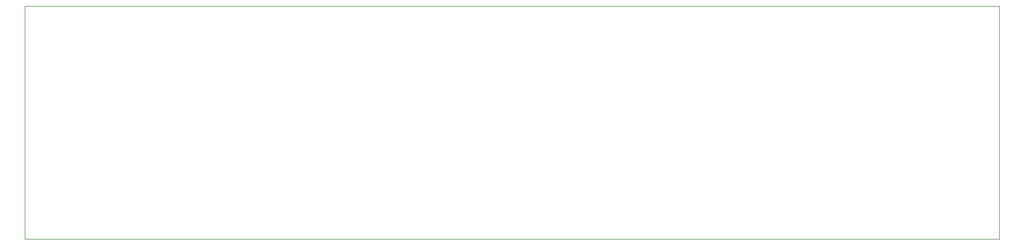
<source format=gm1>
G04 #@! TF.GenerationSoftware,KiCad,Pcbnew,(5.99.0-10527-gaaffd0c137)*
G04 #@! TF.CreationDate,2021-08-05T16:46:22-04:00*
G04 #@! TF.ProjectId,miBlackSVR_Top,6d69426c-6163-46b5-9356-525f546f702e,rev?*
G04 #@! TF.SameCoordinates,Original*
G04 #@! TF.FileFunction,Profile,NP*
%FSLAX46Y46*%
G04 Gerber Fmt 4.6, Leading zero omitted, Abs format (unit mm)*
G04 Created by KiCad (PCBNEW (5.99.0-10527-gaaffd0c137)) date 2021-08-05 16:46:22*
%MOMM*%
%LPD*%
G01*
G04 APERTURE LIST*
G04 #@! TA.AperFunction,Profile*
%ADD10C,0.050000*%
G04 #@! TD*
G04 APERTURE END LIST*
D10*
X124100000Y-64702500D02*
X274100000Y-64702500D01*
X274100000Y-64702500D02*
X274100000Y-100702500D01*
X274100000Y-100702500D02*
X124100000Y-100702500D01*
X124100000Y-100702500D02*
X124100000Y-64702500D01*
M02*

</source>
